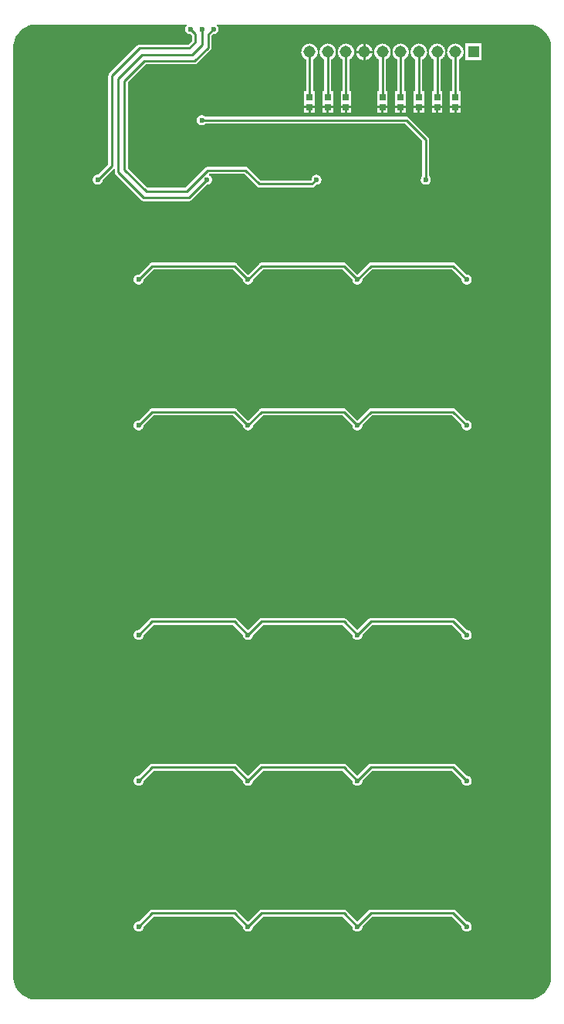
<source format=gbr>
%TF.GenerationSoftware,Altium Limited,Altium Designer,25.7.1 (20)*%
G04 Layer_Physical_Order=2*
G04 Layer_Color=15238730*
%FSLAX45Y45*%
%MOMM*%
%TF.SameCoordinates,F992C923-051B-4CFE-8532-EDB8D3AF3AE8*%
%TF.FilePolarity,Positive*%
%TF.FileFunction,Copper,L2,Bot,Signal*%
%TF.Part,Single*%
G01*
G75*
%TA.AperFunction,Conductor*%
%ADD13C,0.25000*%
%TA.AperFunction,ComponentPad*%
%ADD16R,1.30800X1.30800*%
%ADD17C,1.30800*%
%TA.AperFunction,ViaPad*%
%ADD18C,5.00000*%
%ADD19C,0.60000*%
%TA.AperFunction,SMDPad,CuDef*%
%ADD20R,0.65000X0.80000*%
G36*
X11947718Y20749022D02*
X11949518Y20746667D01*
X11951739Y20739021D01*
X11949425Y20736708D01*
X11945574Y20731879D01*
X11942287Y20726646D01*
X11939607Y20721082D01*
X11937566Y20715251D01*
X11936192Y20709229D01*
X11935500Y20703088D01*
Y20696912D01*
X11936192Y20690773D01*
X11937566Y20684750D01*
X11939607Y20678920D01*
X11942287Y20673354D01*
X11945574Y20668124D01*
X11949425Y20663293D01*
X11953793Y20658926D01*
X11958623Y20655074D01*
X11963854Y20651788D01*
X11969419Y20649107D01*
X11975250Y20647067D01*
X11981273Y20645692D01*
X11987411Y20645001D01*
X11992353D01*
X12009920Y20627434D01*
Y20571056D01*
X11966444Y20527580D01*
X11432010D01*
X11427105Y20527258D01*
X11422284Y20526300D01*
X11417629Y20524719D01*
X11413220Y20522545D01*
X11409133Y20519814D01*
X11405437Y20516573D01*
X11103427Y20214563D01*
X11100186Y20210867D01*
X11097455Y20206779D01*
X11095280Y20202371D01*
X11093700Y20197716D01*
X11092741Y20192896D01*
X11092420Y20187990D01*
Y19218066D01*
X10976853Y19102499D01*
X10971911D01*
X10965773Y19101810D01*
X10959750Y19100433D01*
X10953919Y19098393D01*
X10948354Y19095712D01*
X10943123Y19092427D01*
X10938293Y19088576D01*
X10933925Y19084207D01*
X10930073Y19079378D01*
X10926787Y19074147D01*
X10924107Y19068581D01*
X10922066Y19062750D01*
X10920692Y19056728D01*
X10920000Y19050589D01*
Y19044412D01*
X10920692Y19038274D01*
X10922066Y19032249D01*
X10924107Y19026421D01*
X10926787Y19020854D01*
X10930073Y19015623D01*
X10933925Y19010794D01*
X10938293Y19006425D01*
X10943123Y19002574D01*
X10948354Y18999287D01*
X10953919Y18996606D01*
X10959750Y18994566D01*
X10965773Y18993192D01*
X10971911Y18992500D01*
X10978089D01*
X10984227Y18993192D01*
X10990250Y18994566D01*
X10996081Y18996606D01*
X11001646Y18999287D01*
X11006877Y19002574D01*
X11011707Y19006425D01*
X11016075Y19010794D01*
X11019926Y19015623D01*
X11023213Y19020854D01*
X11025893Y19026421D01*
X11027933Y19032249D01*
X11029308Y19038274D01*
X11030000Y19044412D01*
Y19049355D01*
X11152420Y19171773D01*
X11162420Y19167632D01*
Y19130000D01*
X11162741Y19125095D01*
X11163700Y19120274D01*
X11165280Y19115619D01*
X11167454Y19111211D01*
X11170185Y19107123D01*
X11173427Y19103427D01*
X11453427Y18823427D01*
X11457123Y18820184D01*
X11461210Y18817455D01*
X11465619Y18815280D01*
X11470274Y18813699D01*
X11475095Y18812741D01*
X11480000Y18812421D01*
X11977500D01*
X11982405Y18812741D01*
X11987226Y18813699D01*
X11991881Y18815280D01*
X11996290Y18817455D01*
X12000377Y18820184D01*
X12004073Y18823427D01*
X12173147Y18992500D01*
X12178089D01*
X12184227Y18993192D01*
X12190250Y18994566D01*
X12196081Y18996606D01*
X12201646Y18999287D01*
X12206877Y19002574D01*
X12211707Y19006425D01*
X12216075Y19010794D01*
X12219927Y19015623D01*
X12223213Y19020854D01*
X12225893Y19026421D01*
X12227934Y19032249D01*
X12229308Y19038274D01*
X12230000Y19044412D01*
Y19050589D01*
X12229308Y19056728D01*
X12227934Y19062750D01*
X12225893Y19068581D01*
X12223213Y19074147D01*
X12219927Y19079378D01*
X12216075Y19084207D01*
X12211707Y19088576D01*
X12206877Y19092427D01*
X12201646Y19095712D01*
X12200688Y19096175D01*
X12197416Y19106721D01*
X12197669Y19108305D01*
X12200660Y19112421D01*
X12584434D01*
X12723427Y18973427D01*
X12727122Y18970186D01*
X12731209Y18967455D01*
X12735618Y18965280D01*
X12740273Y18963699D01*
X12745095Y18962741D01*
X12750000Y18962421D01*
X13327499D01*
X13332405Y18962741D01*
X13337225Y18963699D01*
X13341881Y18965280D01*
X13346291Y18967455D01*
X13350377Y18970186D01*
X13354073Y18973427D01*
X13373148Y18992500D01*
X13378088D01*
X13384227Y18993192D01*
X13390250Y18994566D01*
X13396082Y18996606D01*
X13401646Y18999287D01*
X13406877Y19002574D01*
X13411707Y19006425D01*
X13416075Y19010794D01*
X13419926Y19015623D01*
X13423213Y19020854D01*
X13425893Y19026421D01*
X13427934Y19032249D01*
X13429308Y19038274D01*
X13430000Y19044412D01*
Y19050589D01*
X13429308Y19056728D01*
X13427934Y19062750D01*
X13425893Y19068581D01*
X13423213Y19074147D01*
X13419926Y19079378D01*
X13416075Y19084207D01*
X13411707Y19088576D01*
X13406877Y19092427D01*
X13401646Y19095712D01*
X13396082Y19098393D01*
X13390250Y19100433D01*
X13384227Y19101810D01*
X13378088Y19102499D01*
X13371912D01*
X13365773Y19101810D01*
X13359750Y19100433D01*
X13353918Y19098393D01*
X13348354Y19095712D01*
X13343123Y19092427D01*
X13338293Y19088576D01*
X13333925Y19084207D01*
X13330074Y19079378D01*
X13326787Y19074147D01*
X13324107Y19068581D01*
X13322067Y19062750D01*
X13320692Y19056728D01*
X13320000Y19050589D01*
Y19045647D01*
X13311934Y19037579D01*
X12765566D01*
X12626573Y19176573D01*
X12622877Y19179816D01*
X12618790Y19182545D01*
X12614381Y19184720D01*
X12609726Y19186301D01*
X12604905Y19187259D01*
X12600000Y19187579D01*
X12178505D01*
X12173600Y19187259D01*
X12168779Y19186301D01*
X12164123Y19184720D01*
X12159715Y19182545D01*
X12155627Y19179816D01*
X12151932Y19176573D01*
X11932939Y18957581D01*
X11524561D01*
X11307580Y19174561D01*
Y20114433D01*
X11505566Y20312421D01*
X12040000D01*
X12044905Y20312741D01*
X12049726Y20313699D01*
X12054382Y20315280D01*
X12058790Y20317455D01*
X12062878Y20320184D01*
X12066573Y20323427D01*
X12214074Y20470927D01*
X12217315Y20474623D01*
X12220046Y20478709D01*
X12222220Y20483119D01*
X12223800Y20487775D01*
X12224759Y20492595D01*
X12225080Y20497501D01*
Y20627435D01*
X12242646Y20645001D01*
X12247588D01*
X12253727Y20645692D01*
X12259750Y20647067D01*
X12265580Y20649107D01*
X12271146Y20651788D01*
X12276377Y20655074D01*
X12281207Y20658926D01*
X12285575Y20663293D01*
X12289426Y20668124D01*
X12292713Y20673354D01*
X12295393Y20678920D01*
X12297433Y20684750D01*
X12298808Y20690773D01*
X12299500Y20696912D01*
Y20703088D01*
X12298808Y20709229D01*
X12297433Y20715250D01*
X12295393Y20721082D01*
X12292713Y20726646D01*
X12289426Y20731879D01*
X12285575Y20736707D01*
X12283260Y20739021D01*
X12285481Y20746666D01*
X12287281Y20749022D01*
X15700000Y20749020D01*
X15716322D01*
X15748686Y20744762D01*
X15780217Y20736311D01*
X15810378Y20723819D01*
X15838646Y20707498D01*
X15864545Y20687625D01*
X15887627Y20664543D01*
X15907500Y20638644D01*
X15923819Y20610378D01*
X15936311Y20580217D01*
X15944762Y20548685D01*
X15949022Y20516321D01*
X15949022Y20499998D01*
X15949020Y10300000D01*
Y10283678D01*
X15944762Y10251313D01*
X15936311Y10219783D01*
X15923820Y10189624D01*
X15907498Y10161354D01*
X15887627Y10135457D01*
X15864545Y10112374D01*
X15838644Y10092501D01*
X15810376Y10076180D01*
X15780217Y10063688D01*
X15748685Y10055239D01*
X15716322Y10050978D01*
X15700002Y10050978D01*
X10300000Y10050979D01*
X10283678D01*
X10251314Y10055239D01*
X10219783Y10063688D01*
X10189624Y10076181D01*
X10161354Y10092502D01*
X10135455Y10112375D01*
X10112374Y10135457D01*
X10092502Y10161355D01*
X10076181Y10189623D01*
X10063688Y10219783D01*
X10055239Y10251315D01*
X10050979Y10283678D01*
X10050979Y10300001D01*
Y20500000D01*
Y20516322D01*
X10055239Y20548686D01*
X10063688Y20580217D01*
X10076181Y20610376D01*
X10092502Y20638646D01*
X10112375Y20664545D01*
X10135457Y20687627D01*
X10161355Y20707498D01*
X10189623Y20723819D01*
X10219783Y20736311D01*
X10251315Y20744762D01*
X10283679Y20749020D01*
X10300001Y20749022D01*
X11947718D01*
D02*
G37*
%LPC*%
G36*
X13912701Y20539961D02*
Y20462700D01*
X13989961D01*
X13988733Y20469672D01*
X13986681Y20477330D01*
X13983969Y20484779D01*
X13980618Y20491966D01*
X13976654Y20498833D01*
X13972105Y20505328D01*
X13967009Y20511401D01*
X13961403Y20517007D01*
X13955328Y20522105D01*
X13948834Y20526653D01*
X13941966Y20530617D01*
X13934781Y20533968D01*
X13927332Y20536681D01*
X13919672Y20538731D01*
X13912701Y20539961D01*
D02*
G37*
G36*
X13887302D02*
X13880328Y20538731D01*
X13872672Y20536681D01*
X13865221Y20533968D01*
X13858034Y20530617D01*
X13851167Y20526653D01*
X13844672Y20522105D01*
X13838599Y20517007D01*
X13832993Y20511401D01*
X13827896Y20505328D01*
X13823347Y20498833D01*
X13819383Y20491966D01*
X13816032Y20484779D01*
X13813321Y20477330D01*
X13811269Y20469672D01*
X13810039Y20462700D01*
X13887302D01*
Y20539961D01*
D02*
G37*
G36*
X13989961Y20437300D02*
X13912701D01*
Y20360039D01*
X13919672Y20361269D01*
X13927332Y20363319D01*
X13934781Y20366032D01*
X13941966Y20369382D01*
X13948834Y20373347D01*
X13955328Y20377895D01*
X13961403Y20382991D01*
X13967009Y20388599D01*
X13972105Y20394672D01*
X13976654Y20401166D01*
X13980618Y20408034D01*
X13983969Y20415219D01*
X13986681Y20422670D01*
X13988733Y20430328D01*
X13989961Y20437300D01*
D02*
G37*
G36*
X13887302D02*
X13810039D01*
X13811269Y20430328D01*
X13813321Y20422670D01*
X13816032Y20415219D01*
X13819383Y20408034D01*
X13823347Y20401166D01*
X13827896Y20394672D01*
X13832993Y20388599D01*
X13838599Y20382991D01*
X13844672Y20377895D01*
X13851167Y20373347D01*
X13858034Y20369382D01*
X13865221Y20366032D01*
X13872672Y20363319D01*
X13880328Y20361269D01*
X13887302Y20360039D01*
Y20437300D01*
D02*
G37*
G36*
X15190401Y20540401D02*
X15009601D01*
Y20359599D01*
X15190401D01*
Y20540401D01*
D02*
G37*
G36*
X14903947D02*
X14896054D01*
X14888190Y20539713D01*
X14880415Y20538341D01*
X14872791Y20536298D01*
X14865373Y20533598D01*
X14858218Y20530263D01*
X14851382Y20526315D01*
X14844916Y20521786D01*
X14838869Y20516713D01*
X14833287Y20511131D01*
X14828214Y20505084D01*
X14823686Y20498618D01*
X14819739Y20491782D01*
X14816402Y20484627D01*
X14813702Y20477209D01*
X14811659Y20469585D01*
X14810289Y20461810D01*
X14809601Y20453947D01*
Y20446053D01*
X14810289Y20438190D01*
X14811659Y20430415D01*
X14813702Y20422791D01*
X14816402Y20415372D01*
X14819739Y20408218D01*
X14823686Y20401382D01*
X14828214Y20394914D01*
X14833287Y20388869D01*
X14838869Y20383286D01*
X14844916Y20378212D01*
X14851382Y20373685D01*
X14858218Y20369737D01*
X14862421Y20367780D01*
Y20020000D01*
X14842499D01*
Y19910400D01*
X14842099D01*
Y19857700D01*
X14957899D01*
Y19910400D01*
X14957500D01*
Y20020000D01*
X14937579D01*
Y20367778D01*
X14941782Y20369737D01*
X14948619Y20373685D01*
X14955086Y20378212D01*
X14961131Y20383286D01*
X14966714Y20388869D01*
X14971788Y20394914D01*
X14976315Y20401382D01*
X14980263Y20408218D01*
X14983598Y20415372D01*
X14986299Y20422791D01*
X14988342Y20430415D01*
X14989713Y20438190D01*
X14990401Y20446053D01*
Y20453947D01*
X14989713Y20461810D01*
X14988342Y20469585D01*
X14986299Y20477209D01*
X14983598Y20484627D01*
X14980263Y20491782D01*
X14976315Y20498618D01*
X14971788Y20505084D01*
X14966714Y20511131D01*
X14961131Y20516713D01*
X14955086Y20521786D01*
X14948619Y20526315D01*
X14941782Y20530263D01*
X14934628Y20533598D01*
X14927209Y20536298D01*
X14919585Y20538341D01*
X14911810Y20539713D01*
X14903947Y20540401D01*
D02*
G37*
G36*
X14703947D02*
X14696054D01*
X14688190Y20539713D01*
X14680415Y20538341D01*
X14672791Y20536298D01*
X14665373Y20533598D01*
X14658218Y20530263D01*
X14651382Y20526315D01*
X14644916Y20521786D01*
X14638869Y20516713D01*
X14633287Y20511131D01*
X14628214Y20505084D01*
X14623686Y20498618D01*
X14619739Y20491782D01*
X14616402Y20484627D01*
X14613702Y20477209D01*
X14611659Y20469585D01*
X14610289Y20461810D01*
X14609601Y20453947D01*
Y20446053D01*
X14610289Y20438190D01*
X14611659Y20430415D01*
X14613702Y20422791D01*
X14616402Y20415372D01*
X14619739Y20408218D01*
X14623686Y20401382D01*
X14628214Y20394914D01*
X14633287Y20388869D01*
X14638869Y20383286D01*
X14644916Y20378212D01*
X14651382Y20373685D01*
X14658218Y20369737D01*
X14662421Y20367780D01*
Y20020000D01*
X14642500D01*
Y19910400D01*
X14642099D01*
Y19857700D01*
X14757899D01*
Y19910400D01*
X14757500D01*
Y20020000D01*
X14737581D01*
Y20367778D01*
X14741782Y20369737D01*
X14748619Y20373685D01*
X14755086Y20378212D01*
X14761131Y20383286D01*
X14766714Y20388869D01*
X14771788Y20394914D01*
X14776315Y20401382D01*
X14780263Y20408218D01*
X14783598Y20415372D01*
X14786299Y20422791D01*
X14788342Y20430415D01*
X14789713Y20438190D01*
X14790401Y20446053D01*
Y20453947D01*
X14789713Y20461810D01*
X14788342Y20469585D01*
X14786299Y20477209D01*
X14783598Y20484627D01*
X14780263Y20491782D01*
X14776315Y20498618D01*
X14771788Y20505084D01*
X14766714Y20511131D01*
X14761131Y20516713D01*
X14755086Y20521786D01*
X14748619Y20526315D01*
X14741782Y20530263D01*
X14734628Y20533598D01*
X14727209Y20536298D01*
X14719585Y20538341D01*
X14711810Y20539713D01*
X14703947Y20540401D01*
D02*
G37*
G36*
X14503947D02*
X14496054D01*
X14488190Y20539713D01*
X14480415Y20538341D01*
X14472791Y20536298D01*
X14465373Y20533598D01*
X14458218Y20530263D01*
X14451382Y20526315D01*
X14444916Y20521786D01*
X14438869Y20516713D01*
X14433287Y20511131D01*
X14428214Y20505084D01*
X14423686Y20498618D01*
X14419739Y20491782D01*
X14416402Y20484627D01*
X14413702Y20477209D01*
X14411659Y20469585D01*
X14410289Y20461810D01*
X14409601Y20453947D01*
Y20446053D01*
X14410289Y20438190D01*
X14411659Y20430415D01*
X14413702Y20422791D01*
X14416402Y20415372D01*
X14419739Y20408218D01*
X14423686Y20401382D01*
X14428214Y20394914D01*
X14433287Y20388869D01*
X14438869Y20383286D01*
X14444916Y20378212D01*
X14451382Y20373685D01*
X14458218Y20369737D01*
X14462421Y20367780D01*
Y20020000D01*
X14442499D01*
Y19910400D01*
X14442099D01*
Y19857700D01*
X14557899D01*
Y19910400D01*
X14557500D01*
Y20020000D01*
X14537581D01*
Y20367778D01*
X14541782Y20369737D01*
X14548619Y20373685D01*
X14555086Y20378212D01*
X14561131Y20383286D01*
X14566714Y20388869D01*
X14571788Y20394914D01*
X14576315Y20401382D01*
X14580263Y20408218D01*
X14583598Y20415372D01*
X14586299Y20422791D01*
X14588342Y20430415D01*
X14589713Y20438190D01*
X14590401Y20446053D01*
Y20453947D01*
X14589713Y20461810D01*
X14588342Y20469585D01*
X14586299Y20477209D01*
X14583598Y20484627D01*
X14580263Y20491782D01*
X14576315Y20498618D01*
X14571788Y20505084D01*
X14566714Y20511131D01*
X14561131Y20516713D01*
X14555086Y20521786D01*
X14548619Y20526315D01*
X14541782Y20530263D01*
X14534628Y20533598D01*
X14527209Y20536298D01*
X14519585Y20538341D01*
X14511810Y20539713D01*
X14503947Y20540401D01*
D02*
G37*
G36*
X14303947D02*
X14296054D01*
X14288190Y20539713D01*
X14280415Y20538341D01*
X14272791Y20536298D01*
X14265373Y20533598D01*
X14258218Y20530263D01*
X14251382Y20526315D01*
X14244916Y20521786D01*
X14238869Y20516713D01*
X14233287Y20511131D01*
X14228214Y20505084D01*
X14223686Y20498618D01*
X14219739Y20491782D01*
X14216402Y20484627D01*
X14213702Y20477209D01*
X14211659Y20469585D01*
X14210289Y20461810D01*
X14209601Y20453947D01*
Y20446053D01*
X14210289Y20438190D01*
X14211659Y20430415D01*
X14213702Y20422791D01*
X14216402Y20415372D01*
X14219739Y20408218D01*
X14223686Y20401382D01*
X14228214Y20394914D01*
X14233287Y20388869D01*
X14238869Y20383286D01*
X14244916Y20378212D01*
X14251382Y20373685D01*
X14258218Y20369737D01*
X14262421Y20367780D01*
Y20020000D01*
X14242500D01*
Y19910400D01*
X14242101D01*
Y19857700D01*
X14357899D01*
Y19910400D01*
X14357500D01*
Y20020000D01*
X14337581D01*
Y20367778D01*
X14341782Y20369737D01*
X14348619Y20373685D01*
X14355086Y20378212D01*
X14361131Y20383286D01*
X14366714Y20388869D01*
X14371788Y20394914D01*
X14376315Y20401382D01*
X14380263Y20408218D01*
X14383598Y20415372D01*
X14386299Y20422791D01*
X14388342Y20430415D01*
X14389713Y20438190D01*
X14390401Y20446053D01*
Y20453947D01*
X14389713Y20461810D01*
X14388342Y20469585D01*
X14386299Y20477209D01*
X14383598Y20484627D01*
X14380263Y20491782D01*
X14376315Y20498618D01*
X14371788Y20505084D01*
X14366714Y20511131D01*
X14361131Y20516713D01*
X14355086Y20521786D01*
X14348619Y20526315D01*
X14341782Y20530263D01*
X14334628Y20533598D01*
X14327209Y20536298D01*
X14319585Y20538341D01*
X14311810Y20539713D01*
X14303947Y20540401D01*
D02*
G37*
G36*
X14103947D02*
X14096054D01*
X14088190Y20539713D01*
X14080415Y20538341D01*
X14072791Y20536298D01*
X14065373Y20533598D01*
X14058218Y20530263D01*
X14051382Y20526315D01*
X14044916Y20521786D01*
X14038869Y20516713D01*
X14033287Y20511131D01*
X14028214Y20505084D01*
X14023686Y20498618D01*
X14019739Y20491782D01*
X14016402Y20484627D01*
X14013702Y20477209D01*
X14011659Y20469585D01*
X14010289Y20461810D01*
X14009601Y20453947D01*
Y20446053D01*
X14010289Y20438190D01*
X14011659Y20430415D01*
X14013702Y20422791D01*
X14016402Y20415372D01*
X14019739Y20408218D01*
X14023686Y20401382D01*
X14028214Y20394914D01*
X14033287Y20388869D01*
X14038869Y20383286D01*
X14044916Y20378212D01*
X14051382Y20373685D01*
X14058218Y20369737D01*
X14062421Y20367778D01*
Y20020000D01*
X14042499D01*
Y19910400D01*
X14042099D01*
Y19857700D01*
X14157899D01*
Y19910400D01*
X14157500D01*
Y20020000D01*
X14137581D01*
Y20367780D01*
X14141782Y20369737D01*
X14148619Y20373685D01*
X14155086Y20378212D01*
X14161131Y20383286D01*
X14166714Y20388869D01*
X14171788Y20394914D01*
X14176315Y20401382D01*
X14180263Y20408218D01*
X14183598Y20415372D01*
X14186299Y20422791D01*
X14188342Y20430415D01*
X14189713Y20438190D01*
X14190401Y20446053D01*
Y20453947D01*
X14189713Y20461810D01*
X14188342Y20469585D01*
X14186299Y20477209D01*
X14183598Y20484627D01*
X14180263Y20491782D01*
X14176315Y20498618D01*
X14171788Y20505084D01*
X14166714Y20511131D01*
X14161131Y20516713D01*
X14155086Y20521786D01*
X14148619Y20526315D01*
X14141782Y20530263D01*
X14134628Y20533598D01*
X14127211Y20536298D01*
X14119585Y20538341D01*
X14111812Y20539713D01*
X14103947Y20540401D01*
D02*
G37*
G36*
X13703947D02*
X13696054D01*
X13688190Y20539713D01*
X13680415Y20538341D01*
X13672791Y20536298D01*
X13665373Y20533598D01*
X13658218Y20530263D01*
X13651382Y20526315D01*
X13644916Y20521786D01*
X13638869Y20516713D01*
X13633287Y20511131D01*
X13628214Y20505084D01*
X13623685Y20498618D01*
X13619739Y20491782D01*
X13616402Y20484627D01*
X13613702Y20477209D01*
X13611659Y20469585D01*
X13610289Y20461810D01*
X13609601Y20453947D01*
Y20446053D01*
X13610289Y20438190D01*
X13611659Y20430415D01*
X13613702Y20422791D01*
X13616402Y20415372D01*
X13619739Y20408218D01*
X13623685Y20401382D01*
X13628214Y20394914D01*
X13633287Y20388869D01*
X13638869Y20383286D01*
X13644916Y20378212D01*
X13651382Y20373685D01*
X13658218Y20369737D01*
X13662421Y20367780D01*
Y20020000D01*
X13642500D01*
Y19910400D01*
X13642099D01*
Y19857700D01*
X13757899D01*
Y19910400D01*
X13757500D01*
Y20020000D01*
X13737579D01*
Y20367778D01*
X13741782Y20369737D01*
X13748619Y20373685D01*
X13755086Y20378212D01*
X13761131Y20383286D01*
X13766714Y20388869D01*
X13771788Y20394914D01*
X13776315Y20401382D01*
X13780263Y20408218D01*
X13783598Y20415372D01*
X13786299Y20422791D01*
X13788342Y20430415D01*
X13789713Y20438190D01*
X13790401Y20446053D01*
Y20453947D01*
X13789713Y20461810D01*
X13788342Y20469585D01*
X13786299Y20477209D01*
X13783598Y20484627D01*
X13780263Y20491782D01*
X13776315Y20498618D01*
X13771788Y20505084D01*
X13766714Y20511131D01*
X13761131Y20516713D01*
X13755086Y20521786D01*
X13748619Y20526315D01*
X13741782Y20530263D01*
X13734628Y20533598D01*
X13727209Y20536298D01*
X13719585Y20538341D01*
X13711810Y20539713D01*
X13703947Y20540401D01*
D02*
G37*
G36*
X13503947D02*
X13496054D01*
X13488190Y20539713D01*
X13480415Y20538341D01*
X13472791Y20536298D01*
X13465373Y20533598D01*
X13458218Y20530263D01*
X13451382Y20526315D01*
X13444916Y20521786D01*
X13438869Y20516713D01*
X13433287Y20511131D01*
X13428214Y20505084D01*
X13423685Y20498618D01*
X13419737Y20491782D01*
X13416402Y20484627D01*
X13413702Y20477209D01*
X13411659Y20469585D01*
X13410289Y20461810D01*
X13409601Y20453947D01*
Y20446053D01*
X13410289Y20438190D01*
X13411659Y20430415D01*
X13413702Y20422791D01*
X13416402Y20415372D01*
X13419737Y20408218D01*
X13423685Y20401382D01*
X13428214Y20394914D01*
X13433287Y20388869D01*
X13438869Y20383286D01*
X13444916Y20378212D01*
X13451382Y20373685D01*
X13458218Y20369737D01*
X13462419Y20367780D01*
Y20020000D01*
X13442499D01*
Y19910400D01*
X13442099D01*
Y19857700D01*
X13557899D01*
Y19910400D01*
X13557500D01*
Y20020000D01*
X13537579D01*
Y20367778D01*
X13541782Y20369737D01*
X13548619Y20373685D01*
X13555086Y20378212D01*
X13561131Y20383286D01*
X13566714Y20388869D01*
X13571788Y20394914D01*
X13576315Y20401382D01*
X13580263Y20408218D01*
X13583598Y20415372D01*
X13586298Y20422791D01*
X13588342Y20430415D01*
X13589713Y20438190D01*
X13590401Y20446053D01*
Y20453947D01*
X13589713Y20461810D01*
X13588342Y20469585D01*
X13586298Y20477209D01*
X13583598Y20484627D01*
X13580263Y20491782D01*
X13576315Y20498618D01*
X13571788Y20505084D01*
X13566714Y20511131D01*
X13561131Y20516713D01*
X13555086Y20521786D01*
X13548619Y20526315D01*
X13541782Y20530263D01*
X13534628Y20533598D01*
X13527209Y20536298D01*
X13519585Y20538341D01*
X13511810Y20539713D01*
X13503947Y20540401D01*
D02*
G37*
G36*
X13303947D02*
X13296053D01*
X13288190Y20539713D01*
X13280415Y20538341D01*
X13272791Y20536298D01*
X13265373Y20533598D01*
X13258218Y20530263D01*
X13251382Y20526315D01*
X13244916Y20521786D01*
X13238869Y20516713D01*
X13233287Y20511131D01*
X13228214Y20505084D01*
X13223685Y20498618D01*
X13219737Y20491782D01*
X13216402Y20484627D01*
X13213702Y20477209D01*
X13211659Y20469585D01*
X13210289Y20461810D01*
X13209599Y20453947D01*
Y20446053D01*
X13210289Y20438190D01*
X13211659Y20430415D01*
X13213702Y20422791D01*
X13216402Y20415372D01*
X13219737Y20408218D01*
X13223685Y20401382D01*
X13228214Y20394914D01*
X13233287Y20388869D01*
X13238869Y20383286D01*
X13244916Y20378212D01*
X13251382Y20373685D01*
X13258218Y20369737D01*
X13262419Y20367780D01*
Y20020000D01*
X13242500D01*
Y19910400D01*
X13242101D01*
Y19857700D01*
X13357899D01*
Y19910400D01*
X13357500D01*
Y20020000D01*
X13337579D01*
Y20367778D01*
X13341782Y20369737D01*
X13348618Y20373685D01*
X13355086Y20378212D01*
X13361131Y20383286D01*
X13366714Y20388869D01*
X13371788Y20394914D01*
X13376315Y20401382D01*
X13380263Y20408218D01*
X13383598Y20415372D01*
X13386298Y20422791D01*
X13388342Y20430415D01*
X13389713Y20438190D01*
X13390401Y20446053D01*
Y20453947D01*
X13389713Y20461810D01*
X13388342Y20469585D01*
X13386298Y20477209D01*
X13383598Y20484627D01*
X13380263Y20491782D01*
X13376315Y20498618D01*
X13371788Y20505084D01*
X13366714Y20511131D01*
X13361131Y20516713D01*
X13355086Y20521786D01*
X13348618Y20526315D01*
X13341782Y20530263D01*
X13334628Y20533598D01*
X13327209Y20536298D01*
X13319585Y20538341D01*
X13311810Y20539713D01*
X13303947Y20540401D01*
D02*
G37*
G36*
X14957899Y19832300D02*
X14912698D01*
Y19779601D01*
X14957899D01*
Y19832300D01*
D02*
G37*
G36*
X14887299D02*
X14842099D01*
Y19779601D01*
X14887299D01*
Y19832300D01*
D02*
G37*
G36*
X14757899D02*
X14712700D01*
Y19779601D01*
X14757899D01*
Y19832300D01*
D02*
G37*
G36*
X14687300D02*
X14642099D01*
Y19779601D01*
X14687300D01*
Y19832300D01*
D02*
G37*
G36*
X14557899D02*
X14512698D01*
Y19779601D01*
X14557899D01*
Y19832300D01*
D02*
G37*
G36*
X14487299D02*
X14442099D01*
Y19779601D01*
X14487299D01*
Y19832300D01*
D02*
G37*
G36*
X14357899D02*
X14312700D01*
Y19779601D01*
X14357899D01*
Y19832300D01*
D02*
G37*
G36*
X14287300D02*
X14242101D01*
Y19779601D01*
X14287300D01*
Y19832300D01*
D02*
G37*
G36*
X14157899D02*
X14112698D01*
Y19779601D01*
X14157899D01*
Y19832300D01*
D02*
G37*
G36*
X14087299D02*
X14042099D01*
Y19779601D01*
X14087299D01*
Y19832300D01*
D02*
G37*
G36*
X13757899D02*
X13712700D01*
Y19779601D01*
X13757899D01*
Y19832300D01*
D02*
G37*
G36*
X13687300D02*
X13642099D01*
Y19779601D01*
X13687300D01*
Y19832300D01*
D02*
G37*
G36*
X13557899D02*
X13512698D01*
Y19779601D01*
X13557899D01*
Y19832300D01*
D02*
G37*
G36*
X13487299D02*
X13442099D01*
Y19779601D01*
X13487299D01*
Y19832300D01*
D02*
G37*
G36*
X13357899D02*
X13312700D01*
Y19779601D01*
X13357899D01*
Y19832300D01*
D02*
G37*
G36*
X13287300D02*
X13242101D01*
Y19779601D01*
X13287300D01*
Y19832300D01*
D02*
G37*
G36*
X12120589Y19755000D02*
X12114411D01*
X12108273Y19754308D01*
X12102250Y19752934D01*
X12096419Y19750893D01*
X12090854Y19748213D01*
X12085623Y19744926D01*
X12080793Y19741075D01*
X12076425Y19736707D01*
X12072574Y19731877D01*
X12069287Y19726646D01*
X12066607Y19721082D01*
X12064566Y19715250D01*
X12063192Y19709227D01*
X12062500Y19703088D01*
Y19696912D01*
X12063192Y19690773D01*
X12064566Y19684750D01*
X12066607Y19678918D01*
X12069287Y19673354D01*
X12072574Y19668123D01*
X12076425Y19663293D01*
X12080793Y19658925D01*
X12085623Y19655074D01*
X12090854Y19651787D01*
X12096419Y19649107D01*
X12102250Y19647066D01*
X12108273Y19645692D01*
X12114411Y19645000D01*
X12120589D01*
X12126727Y19645692D01*
X12132750Y19647066D01*
X12138581Y19649107D01*
X12144146Y19651787D01*
X12149377Y19655074D01*
X12154207Y19658925D01*
X12157701Y19662421D01*
X14346300D01*
X14537421Y19471300D01*
Y19087701D01*
X14533925Y19084207D01*
X14530074Y19079378D01*
X14526787Y19074147D01*
X14524107Y19068581D01*
X14522067Y19062750D01*
X14520692Y19056728D01*
X14520000Y19050589D01*
Y19044412D01*
X14520692Y19038274D01*
X14522067Y19032249D01*
X14524107Y19026421D01*
X14526787Y19020854D01*
X14530074Y19015623D01*
X14533925Y19010794D01*
X14538293Y19006425D01*
X14543123Y19002574D01*
X14548354Y18999287D01*
X14553920Y18996606D01*
X14559750Y18994566D01*
X14565773Y18993192D01*
X14571912Y18992500D01*
X14578088D01*
X14584229Y18993192D01*
X14590250Y18994566D01*
X14596082Y18996606D01*
X14601646Y18999287D01*
X14606877Y19002574D01*
X14611707Y19006425D01*
X14616075Y19010794D01*
X14619926Y19015623D01*
X14623213Y19020854D01*
X14625894Y19026421D01*
X14627934Y19032249D01*
X14629309Y19038274D01*
X14630000Y19044412D01*
Y19050589D01*
X14629309Y19056728D01*
X14627934Y19062750D01*
X14625894Y19068581D01*
X14623213Y19074147D01*
X14619926Y19079378D01*
X14616075Y19084207D01*
X14612581Y19087701D01*
Y19486867D01*
X14612259Y19491771D01*
X14611301Y19496593D01*
X14609720Y19501248D01*
X14607545Y19505656D01*
X14604816Y19509744D01*
X14601575Y19513438D01*
X14388440Y19726573D01*
X14384744Y19729814D01*
X14380656Y19732545D01*
X14376248Y19734720D01*
X14371593Y19736301D01*
X14366772Y19737259D01*
X14361867Y19737579D01*
X12157701D01*
X12154207Y19741075D01*
X12149377Y19744926D01*
X12144146Y19748213D01*
X12138581Y19750893D01*
X12132750Y19752934D01*
X12126727Y19754308D01*
X12120589Y19755000D01*
D02*
G37*
G36*
X14877499Y18137579D02*
X13972501D01*
X13967595Y18137259D01*
X13962775Y18136301D01*
X13958119Y18134720D01*
X13953709Y18132545D01*
X13949623Y18129816D01*
X13945927Y18126573D01*
X13826852Y18007500D01*
X13823146D01*
X13704073Y18126573D01*
X13700377Y18129816D01*
X13696291Y18132545D01*
X13691881Y18134720D01*
X13687225Y18136301D01*
X13682405Y18137259D01*
X13677499Y18137579D01*
X12772500D01*
X12767595Y18137259D01*
X12762774Y18136301D01*
X12758119Y18134720D01*
X12753710Y18132545D01*
X12749622Y18129816D01*
X12745927Y18126573D01*
X12626853Y18007500D01*
X12623146D01*
X12504073Y18126573D01*
X12500377Y18129816D01*
X12496290Y18132545D01*
X12491881Y18134720D01*
X12487226Y18136301D01*
X12482405Y18137259D01*
X12477499Y18137579D01*
X11572500D01*
X11567595Y18137259D01*
X11562773Y18136301D01*
X11558118Y18134720D01*
X11553710Y18132545D01*
X11549622Y18129816D01*
X11545927Y18126573D01*
X11426853Y18007500D01*
X11421911D01*
X11415772Y18006808D01*
X11409750Y18005434D01*
X11403919Y18003394D01*
X11398353Y18000713D01*
X11393123Y17997426D01*
X11388293Y17993575D01*
X11383925Y17989207D01*
X11380073Y17984377D01*
X11376786Y17979146D01*
X11374106Y17973581D01*
X11372066Y17967751D01*
X11370691Y17961726D01*
X11370000Y17955588D01*
Y17949411D01*
X11370691Y17943272D01*
X11372066Y17937250D01*
X11374106Y17931419D01*
X11376786Y17925853D01*
X11380073Y17920622D01*
X11383925Y17915793D01*
X11388293Y17911424D01*
X11393123Y17907573D01*
X11398353Y17904288D01*
X11403919Y17901607D01*
X11409750Y17899567D01*
X11415772Y17898192D01*
X11421911Y17897501D01*
X11428088D01*
X11434227Y17898192D01*
X11440249Y17899567D01*
X11446080Y17901607D01*
X11451646Y17904288D01*
X11456877Y17907573D01*
X11461706Y17911424D01*
X11466074Y17915793D01*
X11469926Y17920622D01*
X11473213Y17925853D01*
X11475893Y17931419D01*
X11477933Y17937250D01*
X11479308Y17943272D01*
X11479999Y17949411D01*
Y17954353D01*
X11588066Y18062421D01*
X12461933D01*
X12570000Y17954353D01*
Y17949411D01*
X12570691Y17943272D01*
X12572066Y17937250D01*
X12574106Y17931419D01*
X12576787Y17925853D01*
X12580073Y17920622D01*
X12583925Y17915793D01*
X12588293Y17911424D01*
X12593123Y17907573D01*
X12598353Y17904288D01*
X12603919Y17901607D01*
X12609750Y17899567D01*
X12615772Y17898192D01*
X12621911Y17897501D01*
X12628088D01*
X12634227Y17898192D01*
X12640250Y17899567D01*
X12646080Y17901607D01*
X12651646Y17904288D01*
X12656877Y17907573D01*
X12661706Y17911424D01*
X12666074Y17915793D01*
X12669926Y17920622D01*
X12673213Y17925853D01*
X12675893Y17931419D01*
X12677933Y17937250D01*
X12679308Y17943272D01*
X12680000Y17949411D01*
Y17954353D01*
X12788066Y18062421D01*
X13661932D01*
X13770000Y17954353D01*
Y17949411D01*
X13770692Y17943272D01*
X13772066Y17937250D01*
X13774107Y17931419D01*
X13776787Y17925853D01*
X13780074Y17920622D01*
X13783925Y17915793D01*
X13788293Y17911424D01*
X13793123Y17907573D01*
X13798354Y17904288D01*
X13803918Y17901607D01*
X13809750Y17899567D01*
X13815771Y17898192D01*
X13821912Y17897501D01*
X13828088D01*
X13834227Y17898192D01*
X13840250Y17899567D01*
X13846082Y17901607D01*
X13851646Y17904288D01*
X13856877Y17907573D01*
X13861707Y17911424D01*
X13866075Y17915793D01*
X13869926Y17920622D01*
X13873213Y17925853D01*
X13875893Y17931419D01*
X13877933Y17937250D01*
X13879308Y17943272D01*
X13880000Y17949411D01*
Y17954353D01*
X13988066Y18062421D01*
X14861932D01*
X14970000Y17954353D01*
Y17949411D01*
X14970692Y17943272D01*
X14972066Y17937250D01*
X14974107Y17931419D01*
X14976787Y17925853D01*
X14980074Y17920622D01*
X14983925Y17915793D01*
X14988293Y17911424D01*
X14993123Y17907573D01*
X14998354Y17904288D01*
X15003918Y17901607D01*
X15009750Y17899567D01*
X15015773Y17898192D01*
X15021912Y17897501D01*
X15028088D01*
X15034227Y17898192D01*
X15040250Y17899567D01*
X15046082Y17901607D01*
X15051646Y17904288D01*
X15056877Y17907573D01*
X15061707Y17911424D01*
X15066075Y17915793D01*
X15069926Y17920622D01*
X15073213Y17925853D01*
X15075893Y17931419D01*
X15077934Y17937250D01*
X15079308Y17943272D01*
X15080000Y17949411D01*
Y17955588D01*
X15079308Y17961726D01*
X15077934Y17967751D01*
X15075893Y17973581D01*
X15073213Y17979146D01*
X15069926Y17984377D01*
X15066075Y17989207D01*
X15061707Y17993575D01*
X15056877Y17997426D01*
X15051646Y18000713D01*
X15046082Y18003394D01*
X15040250Y18005434D01*
X15034227Y18006808D01*
X15028088Y18007500D01*
X15023146D01*
X14904073Y18126573D01*
X14900377Y18129816D01*
X14896291Y18132545D01*
X14891881Y18134720D01*
X14887225Y18136301D01*
X14882405Y18137259D01*
X14877499Y18137579D01*
D02*
G37*
G36*
Y16537581D02*
X13972501D01*
X13967595Y16537259D01*
X13962775Y16536301D01*
X13958119Y16534720D01*
X13953709Y16532545D01*
X13949623Y16529816D01*
X13945927Y16526573D01*
X13826852Y16407500D01*
X13823146D01*
X13704073Y16526573D01*
X13700377Y16529816D01*
X13696291Y16532545D01*
X13691881Y16534720D01*
X13687225Y16536301D01*
X13682405Y16537259D01*
X13677499Y16537581D01*
X12772500D01*
X12767595Y16537259D01*
X12762774Y16536301D01*
X12758119Y16534720D01*
X12753710Y16532545D01*
X12749622Y16529816D01*
X12745927Y16526573D01*
X12626853Y16407500D01*
X12623146D01*
X12504073Y16526573D01*
X12500377Y16529816D01*
X12496290Y16532545D01*
X12491881Y16534720D01*
X12487226Y16536301D01*
X12482405Y16537259D01*
X12477499Y16537581D01*
X11572500D01*
X11567595Y16537259D01*
X11562773Y16536301D01*
X11558118Y16534720D01*
X11553710Y16532545D01*
X11549622Y16529816D01*
X11545927Y16526573D01*
X11426853Y16407500D01*
X11421911D01*
X11415772Y16406808D01*
X11409750Y16405434D01*
X11403919Y16403394D01*
X11398353Y16400713D01*
X11393123Y16397426D01*
X11388293Y16393575D01*
X11383925Y16389207D01*
X11380073Y16384377D01*
X11376786Y16379146D01*
X11374106Y16373581D01*
X11372066Y16367751D01*
X11370691Y16361726D01*
X11370000Y16355589D01*
Y16349411D01*
X11370691Y16343272D01*
X11372066Y16337250D01*
X11374106Y16331419D01*
X11376786Y16325854D01*
X11380073Y16320622D01*
X11383925Y16315793D01*
X11388293Y16311424D01*
X11393123Y16307573D01*
X11398353Y16304288D01*
X11403919Y16301607D01*
X11409750Y16299567D01*
X11415772Y16298192D01*
X11421911Y16297501D01*
X11428088D01*
X11434227Y16298192D01*
X11440249Y16299567D01*
X11446080Y16301607D01*
X11451646Y16304288D01*
X11456877Y16307573D01*
X11461706Y16311424D01*
X11466074Y16315793D01*
X11469926Y16320622D01*
X11473213Y16325854D01*
X11475893Y16331419D01*
X11477933Y16337250D01*
X11479308Y16343272D01*
X11479999Y16349411D01*
Y16354353D01*
X11588066Y16462421D01*
X12461933D01*
X12570000Y16354353D01*
Y16349411D01*
X12570691Y16343272D01*
X12572066Y16337250D01*
X12574106Y16331419D01*
X12576787Y16325854D01*
X12580073Y16320622D01*
X12583925Y16315793D01*
X12588293Y16311424D01*
X12593123Y16307573D01*
X12598353Y16304288D01*
X12603919Y16301607D01*
X12609750Y16299567D01*
X12615772Y16298192D01*
X12621911Y16297501D01*
X12628088D01*
X12634227Y16298192D01*
X12640250Y16299567D01*
X12646080Y16301607D01*
X12651646Y16304288D01*
X12656877Y16307573D01*
X12661706Y16311424D01*
X12666074Y16315793D01*
X12669926Y16320622D01*
X12673213Y16325854D01*
X12675893Y16331419D01*
X12677933Y16337250D01*
X12679308Y16343272D01*
X12680000Y16349411D01*
Y16354353D01*
X12788066Y16462421D01*
X13661932D01*
X13770000Y16354353D01*
Y16349411D01*
X13770692Y16343272D01*
X13772066Y16337250D01*
X13774107Y16331419D01*
X13776787Y16325854D01*
X13780074Y16320622D01*
X13783925Y16315793D01*
X13788293Y16311424D01*
X13793123Y16307573D01*
X13798354Y16304288D01*
X13803918Y16301607D01*
X13809750Y16299567D01*
X13815771Y16298192D01*
X13821912Y16297501D01*
X13828088D01*
X13834227Y16298192D01*
X13840250Y16299567D01*
X13846082Y16301607D01*
X13851646Y16304288D01*
X13856877Y16307573D01*
X13861707Y16311424D01*
X13866075Y16315793D01*
X13869926Y16320622D01*
X13873213Y16325854D01*
X13875893Y16331419D01*
X13877933Y16337250D01*
X13879308Y16343272D01*
X13880000Y16349411D01*
Y16354353D01*
X13988066Y16462421D01*
X14861932D01*
X14970000Y16354353D01*
Y16349411D01*
X14970692Y16343272D01*
X14972066Y16337250D01*
X14974107Y16331419D01*
X14976787Y16325854D01*
X14980074Y16320622D01*
X14983925Y16315793D01*
X14988293Y16311424D01*
X14993123Y16307573D01*
X14998354Y16304288D01*
X15003918Y16301607D01*
X15009750Y16299567D01*
X15015773Y16298192D01*
X15021912Y16297501D01*
X15028088D01*
X15034227Y16298192D01*
X15040250Y16299567D01*
X15046082Y16301607D01*
X15051646Y16304288D01*
X15056877Y16307573D01*
X15061707Y16311424D01*
X15066075Y16315793D01*
X15069926Y16320622D01*
X15073213Y16325854D01*
X15075893Y16331419D01*
X15077934Y16337250D01*
X15079308Y16343272D01*
X15080000Y16349411D01*
Y16355589D01*
X15079308Y16361726D01*
X15077934Y16367751D01*
X15075893Y16373581D01*
X15073213Y16379146D01*
X15069926Y16384377D01*
X15066075Y16389207D01*
X15061707Y16393575D01*
X15056877Y16397426D01*
X15051646Y16400713D01*
X15046082Y16403394D01*
X15040250Y16405434D01*
X15034227Y16406808D01*
X15028088Y16407500D01*
X15023146D01*
X14904073Y16526573D01*
X14900377Y16529816D01*
X14896291Y16532545D01*
X14891881Y16534720D01*
X14887225Y16536301D01*
X14882405Y16537259D01*
X14877499Y16537581D01*
D02*
G37*
G36*
Y14237579D02*
X13972501D01*
X13967595Y14237259D01*
X13962775Y14236301D01*
X13958119Y14234720D01*
X13953709Y14232545D01*
X13949623Y14229814D01*
X13945927Y14226573D01*
X13826852Y14107500D01*
X13823146D01*
X13704073Y14226573D01*
X13700377Y14229814D01*
X13696291Y14232545D01*
X13691881Y14234720D01*
X13687225Y14236301D01*
X13682405Y14237259D01*
X13677499Y14237579D01*
X12772500D01*
X12767595Y14237259D01*
X12762774Y14236301D01*
X12758119Y14234720D01*
X12753710Y14232545D01*
X12749622Y14229814D01*
X12745927Y14226573D01*
X12626853Y14107500D01*
X12623146D01*
X12504073Y14226573D01*
X12500377Y14229814D01*
X12496290Y14232545D01*
X12491881Y14234720D01*
X12487226Y14236301D01*
X12482405Y14237259D01*
X12477499Y14237579D01*
X11572500D01*
X11567595Y14237259D01*
X11562773Y14236301D01*
X11558118Y14234720D01*
X11553710Y14232545D01*
X11549622Y14229814D01*
X11545927Y14226573D01*
X11426853Y14107500D01*
X11421911D01*
X11415772Y14106808D01*
X11409750Y14105434D01*
X11403919Y14103394D01*
X11398353Y14100713D01*
X11393123Y14097426D01*
X11388293Y14093575D01*
X11383925Y14089206D01*
X11380073Y14084377D01*
X11376786Y14079146D01*
X11374106Y14073579D01*
X11372066Y14067749D01*
X11370691Y14061726D01*
X11370000Y14055588D01*
Y14049411D01*
X11370691Y14043272D01*
X11372066Y14037250D01*
X11374106Y14031419D01*
X11376786Y14025853D01*
X11380073Y14020622D01*
X11383925Y14015793D01*
X11388293Y14011424D01*
X11393123Y14007573D01*
X11398353Y14004286D01*
X11403919Y14001607D01*
X11409750Y13999567D01*
X11415772Y13998190D01*
X11421911Y13997501D01*
X11428088D01*
X11434227Y13998190D01*
X11440249Y13999567D01*
X11446080Y14001607D01*
X11451646Y14004286D01*
X11456877Y14007573D01*
X11461706Y14011424D01*
X11466074Y14015793D01*
X11469926Y14020622D01*
X11473213Y14025853D01*
X11475893Y14031419D01*
X11477933Y14037250D01*
X11479308Y14043272D01*
X11479999Y14049411D01*
Y14054353D01*
X11588066Y14162419D01*
X12461933D01*
X12570000Y14054353D01*
Y14049411D01*
X12570691Y14043272D01*
X12572066Y14037250D01*
X12574106Y14031419D01*
X12576787Y14025853D01*
X12580073Y14020622D01*
X12583925Y14015793D01*
X12588293Y14011424D01*
X12593123Y14007573D01*
X12598353Y14004286D01*
X12603919Y14001607D01*
X12609750Y13999567D01*
X12615772Y13998190D01*
X12621911Y13997501D01*
X12628088D01*
X12634227Y13998190D01*
X12640250Y13999567D01*
X12646080Y14001607D01*
X12651646Y14004286D01*
X12656877Y14007573D01*
X12661706Y14011424D01*
X12666074Y14015793D01*
X12669926Y14020622D01*
X12673213Y14025853D01*
X12675893Y14031419D01*
X12677933Y14037250D01*
X12679308Y14043272D01*
X12680000Y14049411D01*
Y14054353D01*
X12788066Y14162419D01*
X13661932D01*
X13770000Y14054353D01*
Y14049411D01*
X13770692Y14043272D01*
X13772066Y14037250D01*
X13774107Y14031419D01*
X13776787Y14025853D01*
X13780074Y14020622D01*
X13783925Y14015793D01*
X13788293Y14011424D01*
X13793123Y14007573D01*
X13798354Y14004286D01*
X13803918Y14001607D01*
X13809750Y13999567D01*
X13815771Y13998190D01*
X13821912Y13997501D01*
X13828088D01*
X13834227Y13998190D01*
X13840250Y13999567D01*
X13846082Y14001607D01*
X13851646Y14004286D01*
X13856877Y14007573D01*
X13861707Y14011424D01*
X13866075Y14015793D01*
X13869926Y14020622D01*
X13873213Y14025853D01*
X13875893Y14031419D01*
X13877933Y14037250D01*
X13879308Y14043272D01*
X13880000Y14049411D01*
Y14054353D01*
X13988066Y14162419D01*
X14861932D01*
X14970000Y14054353D01*
Y14049411D01*
X14970692Y14043272D01*
X14972066Y14037250D01*
X14974107Y14031419D01*
X14976787Y14025853D01*
X14980074Y14020622D01*
X14983925Y14015793D01*
X14988293Y14011424D01*
X14993123Y14007573D01*
X14998354Y14004286D01*
X15003918Y14001607D01*
X15009750Y13999567D01*
X15015773Y13998190D01*
X15021912Y13997501D01*
X15028088D01*
X15034227Y13998190D01*
X15040250Y13999567D01*
X15046082Y14001607D01*
X15051646Y14004286D01*
X15056877Y14007573D01*
X15061707Y14011424D01*
X15066075Y14015793D01*
X15069926Y14020622D01*
X15073213Y14025853D01*
X15075893Y14031419D01*
X15077934Y14037250D01*
X15079308Y14043272D01*
X15080000Y14049411D01*
Y14055588D01*
X15079308Y14061726D01*
X15077934Y14067749D01*
X15075893Y14073579D01*
X15073213Y14079146D01*
X15069926Y14084377D01*
X15066075Y14089206D01*
X15061707Y14093575D01*
X15056877Y14097426D01*
X15051646Y14100713D01*
X15046082Y14103394D01*
X15040250Y14105434D01*
X15034227Y14106808D01*
X15028088Y14107500D01*
X15023146D01*
X14904073Y14226573D01*
X14900377Y14229814D01*
X14896291Y14232545D01*
X14891881Y14234720D01*
X14887225Y14236301D01*
X14882405Y14237259D01*
X14877499Y14237579D01*
D02*
G37*
G36*
Y12637580D02*
X13972501D01*
X13967595Y12637259D01*
X13962775Y12636300D01*
X13958119Y12634720D01*
X13953709Y12632545D01*
X13949623Y12629814D01*
X13945927Y12626573D01*
X13826852Y12507499D01*
X13823146D01*
X13704073Y12626573D01*
X13700377Y12629814D01*
X13696291Y12632545D01*
X13691881Y12634720D01*
X13687225Y12636300D01*
X13682405Y12637259D01*
X13677499Y12637580D01*
X12772500D01*
X12767595Y12637259D01*
X12762774Y12636300D01*
X12758119Y12634720D01*
X12753710Y12632545D01*
X12749622Y12629814D01*
X12745927Y12626573D01*
X12626853Y12507499D01*
X12623146D01*
X12504073Y12626573D01*
X12500377Y12629814D01*
X12496290Y12632545D01*
X12491881Y12634720D01*
X12487226Y12636300D01*
X12482405Y12637259D01*
X12477499Y12637580D01*
X11572500D01*
X11567595Y12637259D01*
X11562773Y12636300D01*
X11558118Y12634720D01*
X11553710Y12632545D01*
X11549622Y12629814D01*
X11545927Y12626573D01*
X11426853Y12507499D01*
X11421911D01*
X11415772Y12506808D01*
X11409750Y12505433D01*
X11403919Y12503393D01*
X11398353Y12500713D01*
X11393123Y12497426D01*
X11388293Y12493574D01*
X11383925Y12489206D01*
X11380073Y12484377D01*
X11376786Y12479146D01*
X11374106Y12473580D01*
X11372066Y12467750D01*
X11370691Y12461727D01*
X11370000Y12455588D01*
Y12449411D01*
X11370691Y12443272D01*
X11372066Y12437250D01*
X11374106Y12431419D01*
X11376786Y12425853D01*
X11380073Y12420623D01*
X11383925Y12415793D01*
X11388293Y12411425D01*
X11393123Y12407573D01*
X11398353Y12404287D01*
X11403919Y12401606D01*
X11409750Y12399566D01*
X11415772Y12398191D01*
X11421911Y12397500D01*
X11428088D01*
X11434227Y12398191D01*
X11440249Y12399566D01*
X11446080Y12401606D01*
X11451646Y12404287D01*
X11456877Y12407573D01*
X11461706Y12411425D01*
X11466074Y12415793D01*
X11469926Y12420623D01*
X11473213Y12425853D01*
X11475893Y12431419D01*
X11477933Y12437250D01*
X11479308Y12443272D01*
X11479999Y12449411D01*
Y12454353D01*
X11588066Y12562420D01*
X12461933D01*
X12570000Y12454353D01*
Y12449411D01*
X12570691Y12443272D01*
X12572066Y12437250D01*
X12574106Y12431419D01*
X12576787Y12425853D01*
X12580073Y12420623D01*
X12583925Y12415793D01*
X12588293Y12411425D01*
X12593123Y12407573D01*
X12598353Y12404287D01*
X12603919Y12401606D01*
X12609750Y12399566D01*
X12615772Y12398191D01*
X12621911Y12397500D01*
X12628088D01*
X12634227Y12398191D01*
X12640250Y12399566D01*
X12646080Y12401606D01*
X12651646Y12404287D01*
X12656877Y12407573D01*
X12661706Y12411425D01*
X12666074Y12415793D01*
X12669926Y12420623D01*
X12673213Y12425853D01*
X12675893Y12431419D01*
X12677933Y12437250D01*
X12679308Y12443272D01*
X12680000Y12449411D01*
Y12454353D01*
X12788066Y12562420D01*
X13661932D01*
X13770000Y12454353D01*
Y12449411D01*
X13770692Y12443272D01*
X13772066Y12437250D01*
X13774107Y12431419D01*
X13776787Y12425853D01*
X13780074Y12420623D01*
X13783925Y12415793D01*
X13788293Y12411425D01*
X13793123Y12407573D01*
X13798354Y12404287D01*
X13803918Y12401606D01*
X13809750Y12399566D01*
X13815771Y12398191D01*
X13821912Y12397500D01*
X13828088D01*
X13834227Y12398191D01*
X13840250Y12399566D01*
X13846082Y12401606D01*
X13851646Y12404287D01*
X13856877Y12407573D01*
X13861707Y12411425D01*
X13866075Y12415793D01*
X13869926Y12420623D01*
X13873213Y12425853D01*
X13875893Y12431419D01*
X13877933Y12437250D01*
X13879308Y12443272D01*
X13880000Y12449411D01*
Y12454353D01*
X13988066Y12562420D01*
X14861932D01*
X14970000Y12454353D01*
Y12449411D01*
X14970692Y12443272D01*
X14972066Y12437250D01*
X14974107Y12431419D01*
X14976787Y12425853D01*
X14980074Y12420623D01*
X14983925Y12415793D01*
X14988293Y12411425D01*
X14993123Y12407573D01*
X14998354Y12404287D01*
X15003918Y12401606D01*
X15009750Y12399566D01*
X15015773Y12398191D01*
X15021912Y12397500D01*
X15028088D01*
X15034227Y12398191D01*
X15040250Y12399566D01*
X15046082Y12401606D01*
X15051646Y12404287D01*
X15056877Y12407573D01*
X15061707Y12411425D01*
X15066075Y12415793D01*
X15069926Y12420623D01*
X15073213Y12425853D01*
X15075893Y12431419D01*
X15077934Y12437250D01*
X15079308Y12443272D01*
X15080000Y12449411D01*
Y12455588D01*
X15079308Y12461727D01*
X15077934Y12467750D01*
X15075893Y12473580D01*
X15073213Y12479146D01*
X15069926Y12484377D01*
X15066075Y12489206D01*
X15061707Y12493574D01*
X15056877Y12497426D01*
X15051646Y12500713D01*
X15046082Y12503393D01*
X15040250Y12505433D01*
X15034227Y12506808D01*
X15028088Y12507499D01*
X15023146D01*
X14904073Y12626573D01*
X14900377Y12629814D01*
X14896291Y12632545D01*
X14891881Y12634720D01*
X14887225Y12636300D01*
X14882405Y12637259D01*
X14877499Y12637580D01*
D02*
G37*
G36*
Y11037580D02*
X13972501D01*
X13967595Y11037259D01*
X13962775Y11036300D01*
X13958119Y11034720D01*
X13953709Y11032546D01*
X13949623Y11029815D01*
X13945927Y11026573D01*
X13826852Y10907500D01*
X13823146D01*
X13704073Y11026573D01*
X13700377Y11029815D01*
X13696291Y11032546D01*
X13691881Y11034720D01*
X13687225Y11036300D01*
X13682405Y11037259D01*
X13677499Y11037580D01*
X12772500D01*
X12767595Y11037259D01*
X12762774Y11036300D01*
X12758119Y11034720D01*
X12753710Y11032546D01*
X12749622Y11029815D01*
X12745927Y11026573D01*
X12626853Y10907500D01*
X12623146D01*
X12504073Y11026573D01*
X12500377Y11029815D01*
X12496290Y11032546D01*
X12491881Y11034720D01*
X12487226Y11036300D01*
X12482405Y11037259D01*
X12477499Y11037580D01*
X11572500D01*
X11567595Y11037259D01*
X11562773Y11036300D01*
X11558118Y11034720D01*
X11553710Y11032546D01*
X11549622Y11029815D01*
X11545927Y11026573D01*
X11426853Y10907500D01*
X11421911D01*
X11415772Y10906808D01*
X11409750Y10905433D01*
X11403919Y10903393D01*
X11398353Y10900713D01*
X11393123Y10897426D01*
X11388293Y10893575D01*
X11383925Y10889207D01*
X11380073Y10884377D01*
X11376786Y10879146D01*
X11374106Y10873580D01*
X11372066Y10867750D01*
X11370691Y10861727D01*
X11370000Y10855588D01*
Y10849411D01*
X11370691Y10843272D01*
X11372066Y10837250D01*
X11374106Y10831419D01*
X11376786Y10825853D01*
X11380073Y10820623D01*
X11383925Y10815793D01*
X11388293Y10811425D01*
X11393123Y10807573D01*
X11398353Y10804287D01*
X11403919Y10801607D01*
X11409750Y10799566D01*
X11415772Y10798192D01*
X11421911Y10797500D01*
X11428088D01*
X11434227Y10798192D01*
X11440249Y10799566D01*
X11446080Y10801607D01*
X11451646Y10804287D01*
X11456877Y10807573D01*
X11461706Y10811425D01*
X11466074Y10815793D01*
X11469926Y10820623D01*
X11473213Y10825853D01*
X11475893Y10831419D01*
X11477933Y10837250D01*
X11479308Y10843272D01*
X11479999Y10849411D01*
Y10854353D01*
X11588066Y10962420D01*
X12461933D01*
X12570000Y10854353D01*
Y10849411D01*
X12570691Y10843272D01*
X12572066Y10837250D01*
X12574106Y10831419D01*
X12576787Y10825853D01*
X12580073Y10820623D01*
X12583925Y10815793D01*
X12588293Y10811425D01*
X12593123Y10807573D01*
X12598353Y10804287D01*
X12603919Y10801607D01*
X12609750Y10799566D01*
X12615772Y10798192D01*
X12621911Y10797500D01*
X12628088D01*
X12634227Y10798192D01*
X12640250Y10799566D01*
X12646080Y10801607D01*
X12651646Y10804287D01*
X12656877Y10807573D01*
X12661706Y10811425D01*
X12666074Y10815793D01*
X12669926Y10820623D01*
X12673213Y10825853D01*
X12675893Y10831419D01*
X12677933Y10837250D01*
X12679308Y10843272D01*
X12680000Y10849411D01*
Y10854353D01*
X12788066Y10962420D01*
X13661932D01*
X13770000Y10854353D01*
Y10849411D01*
X13770692Y10843272D01*
X13772066Y10837250D01*
X13774107Y10831419D01*
X13776787Y10825853D01*
X13780074Y10820623D01*
X13783925Y10815793D01*
X13788293Y10811425D01*
X13793123Y10807573D01*
X13798354Y10804287D01*
X13803918Y10801607D01*
X13809750Y10799566D01*
X13815771Y10798192D01*
X13821912Y10797500D01*
X13828088D01*
X13834227Y10798192D01*
X13840250Y10799566D01*
X13846082Y10801607D01*
X13851646Y10804287D01*
X13856877Y10807573D01*
X13861707Y10811425D01*
X13866075Y10815793D01*
X13869926Y10820623D01*
X13873213Y10825853D01*
X13875893Y10831419D01*
X13877933Y10837250D01*
X13879308Y10843272D01*
X13880000Y10849411D01*
Y10854353D01*
X13988066Y10962420D01*
X14861932D01*
X14970000Y10854353D01*
Y10849411D01*
X14970692Y10843272D01*
X14972066Y10837250D01*
X14974107Y10831419D01*
X14976787Y10825853D01*
X14980074Y10820623D01*
X14983925Y10815793D01*
X14988293Y10811425D01*
X14993123Y10807573D01*
X14998354Y10804287D01*
X15003918Y10801607D01*
X15009750Y10799566D01*
X15015773Y10798192D01*
X15021912Y10797500D01*
X15028088D01*
X15034227Y10798192D01*
X15040250Y10799566D01*
X15046082Y10801607D01*
X15051646Y10804287D01*
X15056877Y10807573D01*
X15061707Y10811425D01*
X15066075Y10815793D01*
X15069926Y10820623D01*
X15073213Y10825853D01*
X15075893Y10831419D01*
X15077934Y10837250D01*
X15079308Y10843272D01*
X15080000Y10849411D01*
Y10855588D01*
X15079308Y10861727D01*
X15077934Y10867750D01*
X15075893Y10873580D01*
X15073213Y10879146D01*
X15069926Y10884377D01*
X15066075Y10889207D01*
X15061707Y10893575D01*
X15056877Y10897426D01*
X15051646Y10900713D01*
X15046082Y10903393D01*
X15040250Y10905433D01*
X15034227Y10906808D01*
X15028088Y10907500D01*
X15023146D01*
X14904073Y11026573D01*
X14900377Y11029815D01*
X14896291Y11032546D01*
X14891881Y11034720D01*
X14887225Y11036300D01*
X14882405Y11037259D01*
X14877499Y11037580D01*
D02*
G37*
%LPD*%
D13*
X13300000Y20500000D02*
X13300000D01*
X13499998Y19955000D02*
Y20450000D01*
X13300000Y19955000D02*
Y20450000D01*
X13700000Y19955000D02*
Y20450000D01*
X14100002Y19952499D02*
Y20400000D01*
X14300000Y20500000D02*
X14300000D01*
X14499998D02*
X14500000D01*
Y19952499D02*
Y20450000D01*
X14700000Y20500000D02*
X14700000D01*
X14899998D02*
X14900000D01*
X14100000Y20450000D02*
Y20500000D01*
X13499998D02*
X13500000D01*
X14300000Y19955000D02*
Y20450000D01*
X14700000Y19955000D02*
Y20450000D01*
X14900000Y19955000D02*
Y20450000D01*
X11990500Y20700002D02*
X12047500Y20642999D01*
X12187500Y20643001D02*
X12244500Y20700002D01*
X12187500Y20497501D02*
Y20643001D01*
X12047500Y20555490D02*
Y20642999D01*
X12117500Y20526495D02*
Y20700002D01*
X12011005Y20420000D02*
X12117500Y20526495D01*
X11982010Y20489999D02*
X12047500Y20555490D01*
X12040000Y20350000D02*
X12187500Y20497501D01*
X11461005Y20420000D02*
X12011005D01*
X11432010Y20489999D02*
X11982010D01*
X11490000Y20350000D02*
X12040000D01*
X11200000Y20158995D02*
X11461005Y20420000D01*
X11130000Y20187990D02*
X11432010Y20489999D01*
X11270000Y20130000D02*
X11490000Y20350000D01*
X13327499Y19000000D02*
X13375000Y19047501D01*
X12750000Y19000000D02*
X13327499D01*
X12600000Y19150000D02*
X12750000Y19000000D01*
X12178505Y19150000D02*
X12600000D01*
X11508995Y18920000D02*
X11948505D01*
X12178505Y19150000D01*
X11270000Y19158995D02*
X11508995Y18920000D01*
X11270000Y19158995D02*
Y20130000D01*
X11200000Y19130000D02*
X11480000Y18850000D01*
X11977500D02*
X12175000Y19047501D01*
X11480000Y18850000D02*
X11977500D01*
X11200000Y19130000D02*
Y20158995D01*
X14877499Y18100000D02*
X15025000Y17952499D01*
X13825000Y10852500D02*
X13972501Y11000000D01*
X14877499D02*
X15025000Y10852500D01*
X13972501Y11000000D02*
X14877499D01*
X12772500D02*
X13677499D01*
X11572500D02*
X12477499D01*
X12625000Y10852500D02*
X12772500Y11000000D01*
X13677499D02*
X13825000Y10852500D01*
X11425000D02*
X11572500Y11000000D01*
X12477499D02*
X12625000Y10852500D01*
X14877499Y12600000D02*
X15025000Y12452500D01*
X13972501Y12600000D02*
X14877499D01*
X13825000Y12452500D02*
X13972501Y12600000D01*
X12772500D02*
X13677499D01*
X11572500D02*
X12477499D01*
X12625000Y12452500D02*
X12772500Y12600000D01*
X13677499D02*
X13825000Y12452500D01*
X11425000D02*
X11572500Y12600000D01*
X12477499D02*
X12625000Y12452500D01*
X14877499Y14200000D02*
X15025000Y14052499D01*
X13972501Y14200000D02*
X14877499D01*
X13825000Y14052499D02*
X13972501Y14200000D01*
X12772500D02*
X13677499D01*
X11572500D02*
X12477499D01*
X13677499D02*
X13825000Y14052499D01*
X12625000D02*
X12772500Y14200000D01*
X11425000Y14052499D02*
X11572500Y14200000D01*
X12477499D02*
X12625000Y14052499D01*
X14877499Y16500000D02*
X15025000Y16352499D01*
X13972501Y16500000D02*
X14877499D01*
X13825000Y16352499D02*
X13972501Y16500000D01*
X12772500D02*
X13677499D01*
X11572500D02*
X12477499D01*
X13677499D02*
X13825000Y16352499D01*
X12625000D02*
X12772500Y16500000D01*
X11425000Y16352499D02*
X11572500Y16500000D01*
X12477499D02*
X12625000Y16352499D01*
X10975000Y19047501D02*
X11130000Y19202501D01*
Y20187990D01*
X13825000Y17952499D02*
X13972501Y18100000D01*
X14877499D01*
X12625000Y17952499D02*
X12772500Y18100000D01*
X13677499D02*
X13825000Y17952499D01*
X12772500Y18100000D02*
X13677499D01*
X11425000Y17952499D02*
X11572500Y18100000D01*
X12477499D02*
X12625000Y17952499D01*
X11572500Y18100000D02*
X12477499D01*
X12117500Y19700000D02*
X14361867D01*
X14575000Y19047501D02*
Y19486867D01*
X14361867Y19700000D02*
X14575000Y19486867D01*
D16*
X15100002Y20450000D02*
D03*
D17*
X14900002D02*
D03*
X14700002D02*
D03*
X14500002D02*
D03*
X14300002D02*
D03*
X14100002D02*
D03*
X13900002D02*
D03*
X13700002D02*
D03*
X13500000D02*
D03*
X13300000D02*
D03*
D18*
X14200000Y10600000D02*
D03*
X15400000D02*
D03*
Y12200000D02*
D03*
X14200000D02*
D03*
X13000000D02*
D03*
X10600000Y10600000D02*
D03*
X11800000D02*
D03*
X13000000D02*
D03*
X11800000Y12200000D02*
D03*
X10600000D02*
D03*
Y13800000D02*
D03*
X11800000D02*
D03*
X13000000D02*
D03*
X14200000D02*
D03*
X15400000D02*
D03*
Y15750000D02*
D03*
X14200000D02*
D03*
X13000000D02*
D03*
X11800000D02*
D03*
X10600000D02*
D03*
Y17700000D02*
D03*
X11800000D02*
D03*
X13000000D02*
D03*
X14200000D02*
D03*
X15400000D02*
D03*
Y19300000D02*
D03*
X14200000D02*
D03*
X13000000D02*
D03*
X11800000D02*
D03*
X10600000D02*
D03*
D19*
X10600000Y10800000D02*
D03*
X10741421Y10741421D02*
D03*
X10800000Y10600000D02*
D03*
X10741421Y10458579D02*
D03*
X10600000Y10400000D02*
D03*
X10458579Y10458579D02*
D03*
X10400000Y10600000D02*
D03*
X10458579Y10741421D02*
D03*
X11800000Y10800000D02*
D03*
X11941421Y10741421D02*
D03*
X12000000Y10600000D02*
D03*
X11941421Y10458579D02*
D03*
X11800000Y10400000D02*
D03*
X11658579Y10458579D02*
D03*
X11600000Y10600000D02*
D03*
X11658579Y10741421D02*
D03*
X13000000Y10800000D02*
D03*
X13141422Y10741421D02*
D03*
X13200000Y10600000D02*
D03*
X13141422Y10458579D02*
D03*
X13000000Y10400000D02*
D03*
X12858578Y10458579D02*
D03*
X12800000Y10600000D02*
D03*
X12858578Y10741421D02*
D03*
X14200000Y10800000D02*
D03*
X14341422Y10741421D02*
D03*
X14400000Y10600000D02*
D03*
X14341422Y10458579D02*
D03*
X14200000Y10400000D02*
D03*
X14058578Y10458579D02*
D03*
X14000000Y10600000D02*
D03*
X14058578Y10741421D02*
D03*
X15400000Y10800000D02*
D03*
X15541422Y10741421D02*
D03*
X15600000Y10600000D02*
D03*
X15541422Y10458579D02*
D03*
X15400000Y10400000D02*
D03*
X15258578Y10458579D02*
D03*
X15200000Y10600000D02*
D03*
X15258578Y10741421D02*
D03*
X15400000Y12400000D02*
D03*
X15541422Y12341421D02*
D03*
X15600000Y12200000D02*
D03*
X15541422Y12058579D02*
D03*
X15400000Y12000000D02*
D03*
X15258578Y12058579D02*
D03*
X15200000Y12200000D02*
D03*
X15258578Y12341421D02*
D03*
X14200000Y12400000D02*
D03*
X14341422Y12341421D02*
D03*
X14400000Y12200000D02*
D03*
X14341422Y12058579D02*
D03*
X14200000Y12000000D02*
D03*
X14058578Y12058579D02*
D03*
X14000000Y12200000D02*
D03*
X14058578Y12341421D02*
D03*
X13000000Y12400000D02*
D03*
X13141422Y12341421D02*
D03*
X13200000Y12200000D02*
D03*
X13141422Y12058579D02*
D03*
X13000000Y12000000D02*
D03*
X12858578Y12058579D02*
D03*
X12800000Y12200000D02*
D03*
X12858578Y12341421D02*
D03*
X11800000Y12400000D02*
D03*
X11941421Y12341421D02*
D03*
X12000000Y12200000D02*
D03*
X11941421Y12058579D02*
D03*
X11800000Y12000000D02*
D03*
X11658579Y12058579D02*
D03*
X11600000Y12200000D02*
D03*
X11658579Y12341421D02*
D03*
X10600000Y12400000D02*
D03*
X10741421Y12341421D02*
D03*
X10800000Y12200000D02*
D03*
X10741421Y12058579D02*
D03*
X10600000Y12000000D02*
D03*
X10458579Y12058579D02*
D03*
X10400000Y12200000D02*
D03*
X10458579Y12341421D02*
D03*
X10600000Y14000000D02*
D03*
X10741421Y13941422D02*
D03*
X10800000Y13800000D02*
D03*
X10741421Y13658578D02*
D03*
X10600000Y13600000D02*
D03*
X10458579Y13658578D02*
D03*
X10400000Y13800000D02*
D03*
X10458579Y13941422D02*
D03*
X11800000Y14000000D02*
D03*
X11941421Y13941422D02*
D03*
X12000000Y13800000D02*
D03*
X11941421Y13658578D02*
D03*
X11800000Y13600000D02*
D03*
X11658579Y13658578D02*
D03*
X11600000Y13800000D02*
D03*
X11658579Y13941422D02*
D03*
X13000000Y14000000D02*
D03*
X13141422Y13941422D02*
D03*
X13200000Y13800000D02*
D03*
X13141422Y13658578D02*
D03*
X13000000Y13600000D02*
D03*
X12858578Y13658578D02*
D03*
X12800000Y13800000D02*
D03*
X12858578Y13941422D02*
D03*
X14200000Y14000000D02*
D03*
X14341422Y13941422D02*
D03*
X14400000Y13800000D02*
D03*
X14341422Y13658578D02*
D03*
X14200000Y13600000D02*
D03*
X14058578Y13658578D02*
D03*
X14000000Y13800000D02*
D03*
X14058578Y13941422D02*
D03*
X15400000Y14000000D02*
D03*
X15541422Y13941422D02*
D03*
X15600000Y13800000D02*
D03*
X15541422Y13658578D02*
D03*
X15400000Y13600000D02*
D03*
X15258578Y13658578D02*
D03*
X15200000Y13800000D02*
D03*
X15258578Y13941422D02*
D03*
X13000000Y17900000D02*
D03*
X13141422Y17841422D02*
D03*
X13200000Y17700000D02*
D03*
X13141422Y17558578D02*
D03*
X13000000Y17500000D02*
D03*
X12858578Y17558578D02*
D03*
X12800000Y17700000D02*
D03*
X12858578Y17841422D02*
D03*
X14200000Y17900000D02*
D03*
X14341422Y17841422D02*
D03*
X14400000Y17700000D02*
D03*
X14341422Y17558578D02*
D03*
X14200000Y17500000D02*
D03*
X14058578Y17558578D02*
D03*
X14000000Y17700000D02*
D03*
X14058578Y17841422D02*
D03*
X15400000Y17900000D02*
D03*
X15541422Y17841422D02*
D03*
X15600000Y17700000D02*
D03*
X15541422Y17558578D02*
D03*
X15400000Y17500000D02*
D03*
X15258578Y17558578D02*
D03*
X15200000Y17700000D02*
D03*
X15258578Y17841422D02*
D03*
X15400000Y15950000D02*
D03*
X15541422Y15891422D02*
D03*
X15600000Y15750000D02*
D03*
X15541422Y15608578D02*
D03*
X15400000Y15550000D02*
D03*
X15258578Y15608578D02*
D03*
X15200000Y15750000D02*
D03*
X15258578Y15891422D02*
D03*
X14200000Y15950000D02*
D03*
X14341422Y15891422D02*
D03*
X14400000Y15750000D02*
D03*
X14341422Y15608578D02*
D03*
X14200000Y15550000D02*
D03*
X14058578Y15608578D02*
D03*
X14000000Y15750000D02*
D03*
X14058578Y15891422D02*
D03*
X13000000Y15950000D02*
D03*
X13141422Y15891422D02*
D03*
X13200000Y15750000D02*
D03*
X13141422Y15608578D02*
D03*
X13000000Y15550000D02*
D03*
X12858578Y15608578D02*
D03*
X12800000Y15750000D02*
D03*
X12858578Y15891422D02*
D03*
X11800000Y15950000D02*
D03*
X11941422Y15891422D02*
D03*
X12000000Y15750000D02*
D03*
X11941422Y15608578D02*
D03*
X11800000Y15550000D02*
D03*
X11658579Y15608578D02*
D03*
X11600000Y15750000D02*
D03*
X11658579Y15891422D02*
D03*
X10600000Y15950000D02*
D03*
X10741421Y15891422D02*
D03*
X10800000Y15750000D02*
D03*
X10741421Y15608578D02*
D03*
X10600000Y15550000D02*
D03*
X10458579Y15608578D02*
D03*
X10400000Y15750000D02*
D03*
X10458579Y15891422D02*
D03*
X11800000Y17900000D02*
D03*
X11941422Y17841422D02*
D03*
X12000000Y17700000D02*
D03*
X11941422Y17558578D02*
D03*
X11800000Y17500000D02*
D03*
X11658579Y17558578D02*
D03*
X11600000Y17700000D02*
D03*
X11658579Y17841422D02*
D03*
X10600000Y17900000D02*
D03*
X10741421Y17841422D02*
D03*
X10800000Y17700000D02*
D03*
X10741421Y17558578D02*
D03*
X10600000Y17500000D02*
D03*
X10458579Y17558578D02*
D03*
X10400000Y17700000D02*
D03*
X10458579Y17841422D02*
D03*
X10600000Y19500000D02*
D03*
X10741421Y19441422D02*
D03*
X10800000Y19300000D02*
D03*
X10741421Y19158578D02*
D03*
X10600000Y19100000D02*
D03*
X10458579Y19158578D02*
D03*
X10400000Y19300000D02*
D03*
X10458579Y19441422D02*
D03*
X11800000Y19500000D02*
D03*
X11941422Y19441422D02*
D03*
X12000000Y19300000D02*
D03*
X11941422Y19158578D02*
D03*
X11800000Y19100000D02*
D03*
X11658579Y19158578D02*
D03*
X11600000Y19300000D02*
D03*
X11658579Y19441422D02*
D03*
X13000000Y19500000D02*
D03*
X13141422Y19441422D02*
D03*
X13200000Y19300000D02*
D03*
X13141422Y19158578D02*
D03*
X13000000Y19100000D02*
D03*
X12858578Y19158578D02*
D03*
X12800000Y19300000D02*
D03*
X12858578Y19441422D02*
D03*
X14200000Y19500000D02*
D03*
X14341422Y19441422D02*
D03*
X14400000Y19300000D02*
D03*
X14341422Y19158578D02*
D03*
X14200000Y19100000D02*
D03*
X14058578Y19158578D02*
D03*
X14000000Y19300000D02*
D03*
X14058578Y19441422D02*
D03*
X15258578D02*
D03*
X15200000Y19300000D02*
D03*
X15258578Y19158578D02*
D03*
X15400000Y19100000D02*
D03*
X15541422Y19158578D02*
D03*
X15600000Y19300000D02*
D03*
X15541422Y19441422D02*
D03*
X15400000Y19500000D02*
D03*
X15025000Y10852500D02*
D03*
X13825000D02*
D03*
X12625000D02*
D03*
X11425000D02*
D03*
X15025000Y12452500D02*
D03*
X13825000D02*
D03*
X12625000D02*
D03*
X11425000D02*
D03*
X15025000Y14052499D02*
D03*
X13825000D02*
D03*
X12625000D02*
D03*
X11425000D02*
D03*
X15025000Y16352499D02*
D03*
X13825000D02*
D03*
X12625000D02*
D03*
X11425000D02*
D03*
Y17952499D02*
D03*
X12625000D02*
D03*
X13825000D02*
D03*
X15025000D02*
D03*
X14575000Y19047501D02*
D03*
X13375000D02*
D03*
X12175000D02*
D03*
X10975000D02*
D03*
X11990500Y20700002D02*
D03*
X12117500Y20700002D02*
D03*
X12244500D02*
D03*
X12117500Y19700000D02*
D03*
D20*
X13300000Y19955000D02*
D03*
Y19845000D02*
D03*
X13499998Y19955000D02*
D03*
Y19845000D02*
D03*
X13700000Y19955000D02*
D03*
Y19845000D02*
D03*
X14099998Y19955000D02*
D03*
Y19845000D02*
D03*
X14300000Y19955000D02*
D03*
Y19845000D02*
D03*
X14499998Y19955000D02*
D03*
Y19845000D02*
D03*
X14700000Y19955000D02*
D03*
Y19845000D02*
D03*
X14899998Y19955000D02*
D03*
Y19845000D02*
D03*
%TF.MD5,40dd997fb1bb57b7ff18ba6e7586e9c8*%
M02*

</source>
